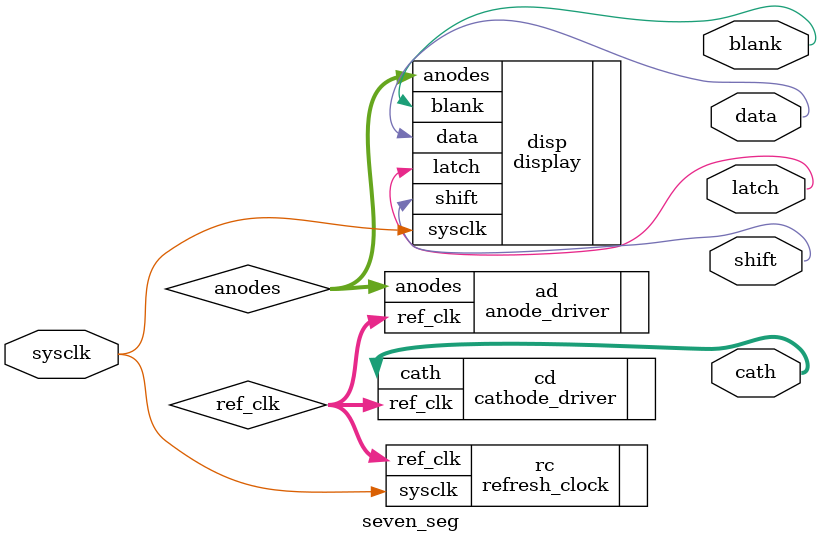
<source format=v>
`timescale 1ns / 1ps
module seven_seg(
    input sysclk,
    output [3:0] cath,
    output shift,
    output data,
    output latch,
    output blank
    );
    
    wire [7:0] anodes;
    wire [1:0] ref_clk;
    
    refresh_clock rc(
        .sysclk(sysclk),
        .ref_clk(ref_clk)
    );
    
    cathode_driver cd(
        .ref_clk(ref_clk),
        .cath(cath)
    );
    
    anode_driver ad(
        .ref_clk(ref_clk),
        .anodes(anodes)
    );
    
    display disp(
        .sysclk(sysclk),
        .anodes(anodes),
        .shift(shift),
        .latch(latch),
        .data(data),
        .blank(blank)
    );
    
endmodule

</source>
